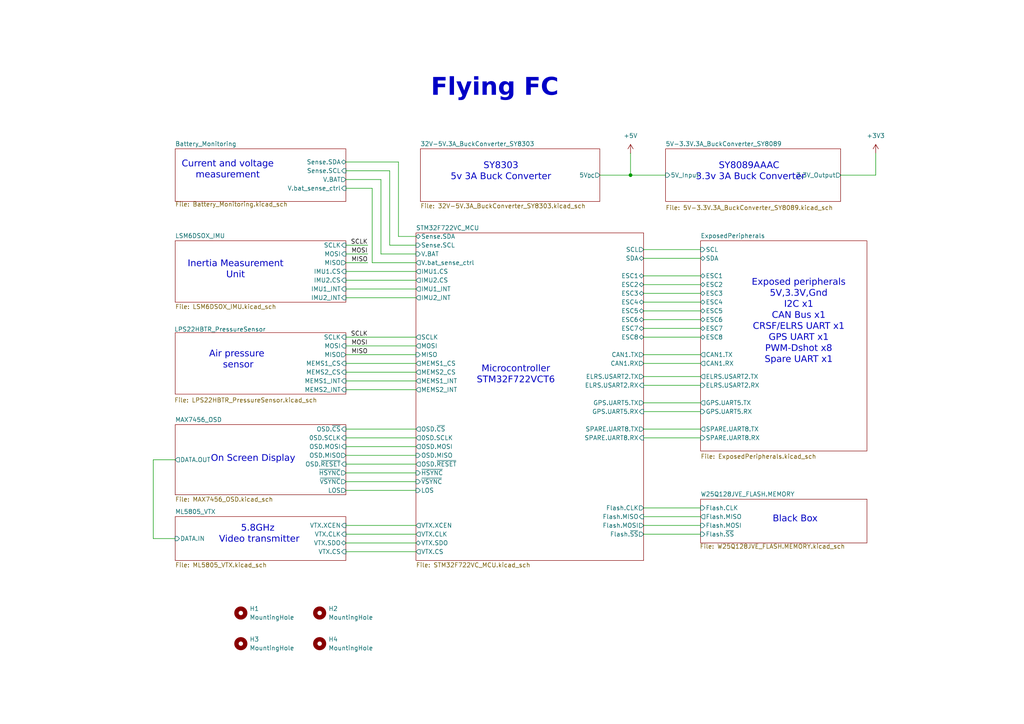
<source format=kicad_sch>
(kicad_sch (version 20250114) (generator "eeschema") (generator_version "9.0")
  (paper "A4")
  (lib_symbols
    (symbol "Mechanical:MountingHole" (pin_names (offset 1.016)) (in_bom no)
      (property "Reference" "H" (at 0 5.08 0))
      (property "Value" "MountingHole" (at 0 3.175 0))
      (symbol "MountingHole_0_1"
        (circle (center 0 0) (radius 1.27) (stroke (width 1.27)))
      )
    )
    (symbol "power:+3V3" (power) (pin_numbers (hide yes)) (pin_names (offset 0) (hide yes))
      (property "Value" "+3V3" (at 0 3.556 0))
      (symbol "+3V3_0_1"
        (polyline (pts (xy -0.762 1.27) (xy 0 2.54)))
        (polyline (pts (xy 0 2.54) (xy 0.762 1.27)))
        (polyline (pts (xy 0 0) (xy 0 2.54)))
      )
      (symbol "+3V3_1_1"
        (pin power_in line (at 0 0 90) (length 0) (name "~") (number "1"))
      )
    )
    (symbol "power:+5V" (power) (pin_numbers (hide yes)) (pin_names (offset 0) (hide yes))
      (property "Value" "+5V" (at 0 3.556 0))
      (symbol "+5V_0_1"
        (polyline (pts (xy -0.762 1.27) (xy 0 2.54)))
        (polyline (pts (xy 0 2.54) (xy 0.762 1.27)))
        (polyline (pts (xy 0 0) (xy 0 2.54)))
      )
      (symbol "+5V_1_1"
        (pin power_in line (at 0 0 90) (length 0) (name "~") (number "1"))
      )
    )
  )
  (text "Inertia Measurement\nUnit" (at 68.326 78.74 0) (effects (font (size 1.905 1.905))))
  (text "Microcontroller\nSTM32F722VCT6\n" (at 149.606 109.22 0) (effects (font (size 1.905 1.905))))
  (text "5.8GHz \nVideo transmitter\n" (at 75.184 155.448 0) (effects (font (size 1.905 1.905))))
  (text "Air pressure \nsensor" (at 69.088 104.902 0) (effects (font (size 1.905 1.905))))
  (text "Flying FC" (at 143.51 26.924 0) (effects (font (size 5.08 5.08) (bold yes))))
  (text "On Screen Display" (at 73.406 133.604 0) (effects (font (size 1.905 1.905))))
  (text "SY8303\n5v 3A Buck Converter" (at 145.288 50.292 0) (effects (font (size 1.905 1.905))))
  (text "Exposed peripherals\n5V,3.3V,Gnd\nI2C x1\nCAN Bus x1\nCRSF/ELRS UART x1\nGPS UART x1\nPWM-Dshot x8\nSpare UART x1" (at 231.648 93.726 0) (effects (font (size 1.905 1.905))))
  (text "SY8089AAAC \n3.3v 3A Buck Converter" (at 217.678 50.292 0) (effects (font (size 1.905 1.905))))
  (text "Black Box" (at 230.632 151.13 0) (effects (font (size 1.905 1.905))))
  (text "Current and voltage\nmeasurement" (at 66.04 49.784 0) (effects (font (size 1.905 1.905))))
  (junction (at 182.88 50.8))
  (wire (pts (xy 100.33 76.2) (xy 106.68 76.2)))
  (wire (pts (xy 100.33 52.07) (xy 110.49 52.07)))
  (wire (pts (xy 113.03 49.53) (xy 100.33 49.53)))
  (wire (pts (xy 100.33 100.33) (xy 120.65 100.33)))
  (wire (pts (xy 100.33 86.36) (xy 120.65 86.36)))
  (wire (pts (xy 100.33 102.87) (xy 120.65 102.87)))
  (wire (pts (xy 100.33 134.62) (xy 120.65 134.62)))
  (wire (pts (xy 50.8 133.35) (xy 44.45 133.35)))
  (wire (pts (xy 186.69 124.46) (xy 203.2 124.46)))
  (wire (pts (xy 100.33 129.54) (xy 120.65 129.54)))
  (wire (pts (xy 115.57 68.58) (xy 120.65 68.58)))
  (wire (pts (xy 100.33 127) (xy 120.65 127)))
  (wire (pts (xy 100.33 83.82) (xy 120.65 83.82)))
  (wire (pts (xy 186.69 147.32) (xy 203.2 147.32)))
  (wire (pts (xy 100.33 142.24) (xy 120.65 142.24)))
  (wire (pts (xy 100.33 157.48) (xy 120.65 157.48)))
  (wire (pts (xy 100.33 73.66) (xy 106.68 73.66)))
  (wire (pts (xy 186.69 97.79) (xy 203.2 97.79)))
  (wire (pts (xy 120.65 76.2) (xy 107.95 76.2)))
  (wire (pts (xy 100.33 97.79) (xy 120.65 97.79)))
  (wire (pts (xy 100.33 132.08) (xy 120.65 132.08)))
  (wire (pts (xy 182.88 50.8) (xy 193.04 50.8)))
  (wire (pts (xy 100.33 139.7) (xy 120.65 139.7)))
  (wire (pts (xy 186.69 80.01) (xy 203.2 80.01)))
  (wire (pts (xy 254 50.8) (xy 243.84 50.8)))
  (wire (pts (xy 186.69 87.63) (xy 203.2 87.63)))
  (wire (pts (xy 186.69 105.41) (xy 203.2 105.41)))
  (wire (pts (xy 100.33 113.03) (xy 120.65 113.03)))
  (wire (pts (xy 100.33 78.74) (xy 120.65 78.74)))
  (wire (pts (xy 100.33 105.41) (xy 120.65 105.41)))
  (wire (pts (xy 186.69 109.22) (xy 203.2 109.22)))
  (wire (pts (xy 113.03 71.12) (xy 113.03 49.53)))
  (wire (pts (xy 186.69 127) (xy 203.2 127)))
  (wire (pts (xy 186.69 82.55) (xy 203.2 82.55)))
  (wire (pts (xy 186.69 74.93) (xy 203.2 74.93)))
  (wire (pts (xy 107.95 76.2) (xy 107.95 54.61)))
  (wire (pts (xy 107.95 54.61) (xy 100.33 54.61)))
  (wire (pts (xy 186.69 72.39) (xy 203.2 72.39)))
  (wire (pts (xy 100.33 107.95) (xy 120.65 107.95)))
  (wire (pts (xy 186.69 102.87) (xy 203.2 102.87)))
  (wire (pts (xy 173.99 50.8) (xy 182.88 50.8)))
  (wire (pts (xy 186.69 111.76) (xy 203.2 111.76)))
  (wire (pts (xy 100.33 160.02) (xy 120.65 160.02)))
  (wire (pts (xy 110.49 52.07) (xy 110.49 73.66)))
  (wire (pts (xy 100.33 154.94) (xy 120.65 154.94)))
  (wire (pts (xy 44.45 156.21) (xy 50.8 156.21)))
  (wire (pts (xy 186.69 116.84) (xy 203.2 116.84)))
  (wire (pts (xy 186.69 119.38) (xy 203.2 119.38)))
  (wire (pts (xy 100.33 124.46) (xy 120.65 124.46)))
  (wire (pts (xy 100.33 46.99) (xy 115.57 46.99)))
  (wire (pts (xy 186.69 154.94) (xy 203.2 154.94)))
  (wire (pts (xy 120.65 71.12) (xy 113.03 71.12)))
  (wire (pts (xy 115.57 46.99) (xy 115.57 68.58)))
  (wire (pts (xy 186.69 152.4) (xy 203.2 152.4)))
  (wire (pts (xy 100.33 71.12) (xy 106.68 71.12)))
  (wire (pts (xy 182.88 44.45) (xy 182.88 50.8)))
  (wire (pts (xy 254 44.45) (xy 254 50.8)))
  (wire (pts (xy 44.45 133.35) (xy 44.45 156.21)))
  (wire (pts (xy 186.69 149.86) (xy 203.2 149.86)))
  (wire (pts (xy 110.49 73.66) (xy 120.65 73.66)))
  (wire (pts (xy 100.33 137.16) (xy 120.65 137.16)))
  (wire (pts (xy 186.69 85.09) (xy 203.2 85.09)))
  (wire (pts (xy 100.33 152.4) (xy 120.65 152.4)))
  (wire (pts (xy 100.33 81.28) (xy 120.65 81.28)))
  (wire (pts (xy 186.69 92.71) (xy 203.2 92.71)))
  (wire (pts (xy 186.69 95.25) (xy 203.2 95.25)))
  (wire (pts (xy 100.33 110.49) (xy 120.65 110.49)))
  (wire (pts (xy 186.69 90.17) (xy 203.2 90.17)))
  (label "SCLK" (at 106.68 97.79 180))
  (label "MOSI" (at 106.68 100.33 180))
  (label "SCLK" (at 106.68 71.12 180))
  (label "MISO" (at 106.68 102.87 180))
  (label "MOSI" (at 106.68 73.66 180))
  (label "MISO" (at 106.68 76.2 180))
  (symbol (lib_id "Mechanical:MountingHole") (at 92.71 186.69 0) (unit 1) (in_bom no)
    (property "Reference" "H4" (at 95.25 185.4199 0) (effects (justify left)))
    (property "Value" "MountingHole" (at 95.25 187.9599 0) (effects (justify left)))
    (property "Description" "Mounting Hole without connection" (effects (hide yes)))
  )
  (symbol (lib_id "Mechanical:MountingHole") (at 92.71 177.8 0) (unit 1) (in_bom no)
    (property "Reference" "H2" (at 95.25 176.5299 0) (effects (justify left)))
    (property "Value" "MountingHole" (at 95.25 179.0699 0) (effects (justify left)))
    (property "Description" "Mounting Hole without connection" (effects (hide yes)))
  )
  (symbol (lib_id "power:+5V") (at 182.88 44.45 0) (unit 1)
    (property "Reference" "#PWR01" (effects (hide yes)))
    (property "Value" "+5V" (at 182.88 39.37 0))
    (property "Description" "Power symbol creates a global label with name \"+5V\"" (effects (hide yes)))
  )
  (symbol (lib_id "Mechanical:MountingHole") (at 69.85 177.8 0) (unit 1) (in_bom no)
    (property "Reference" "H1" (at 72.39 176.5299 0) (effects (justify left)))
    (property "Value" "MountingHole" (at 72.39 179.0699 0) (effects (justify left)))
    (property "Description" "Mounting Hole without connection" (effects (hide yes)))
  )
  (symbol (lib_id "Mechanical:MountingHole") (at 69.85 186.69 0) (unit 1) (in_bom no)
    (property "Reference" "H3" (at 72.39 185.4199 0) (effects (justify left)))
    (property "Value" "MountingHole" (at 72.39 187.9599 0) (effects (justify left)))
    (property "Description" "Mounting Hole without connection" (effects (hide yes)))
  )
  (symbol (lib_id "power:+3V3") (at 254 44.45 0) (unit 1)
    (property "Reference" "#PWR02" (effects (hide yes)))
    (property "Value" "+3V3" (at 254 39.37 0))
    (property "Description" "Power symbol creates a global label with name \"+3V3\"" (effects (hide yes)))
  )
  (sheet (at 121.92 43.18) (size 52.07 15.24) (stroke (width 0.1524)) (fill (color 255 255 255 1.0000))
    (property "Sheetname" "32V-5V.3A_BuckConverter_SY8303" (at 121.92 42.4684 0) (effects (justify left bottom)))
    (property "Sheetfile" "32V-5V.3A_BuckConverter_SY8303.kicad_sch" (at 121.92 59.0046 0) (effects (justify left top)))
    (pin "5V_{DC}" output (at 173.99 50.8 0))
  )
  (sheet (at 193.04 43.18) (size 50.8 15.24) (stroke (width 0.1524)) (fill (color 255 255 255 1.0000))
    (property "Sheetname" "5V-3.3V.3A_BuckConverter_SY8089" (at 193.04 42.4684 0) (effects (justify left bottom)))
    (property "Sheetfile" "5V-3.3V.3A_BuckConverter_SY8089.kicad_sch" (at 193.04 59.5126 0) (effects (justify left top)))
    (pin "3.3V_Output" output (at 243.84 50.8 0))
    (pin "5V_Input" input (at 193.04 50.8 180))
  )
  (sheet (at 203.2 69.85) (size 48.26 60.96) (stroke (width 0.1524)) (fill (color 255 255 255 1.0000))
    (property "Sheetname" "ExposedPeripherals" (at 203.2 69.1384 0) (effects (justify left bottom)))
    (property "Sheetfile" "ExposedPeripherals.kicad_sch" (at 203.2 131.6486 0) (effects (justify left top)))
    (pin "SCL" input (at 203.2 72.39 180))
    (pin "SDA" bidirectional (at 203.2 74.93 180))
    (pin "ESC7" bidirectional (at 203.2 95.25 180))
    (pin "ESC6" bidirectional (at 203.2 92.71 180))
    (pin "GPS.UART5.TX" output (at 203.2 116.84 180))
    (pin "ESC1" bidirectional (at 203.2 80.01 180))
    (pin "GPS.UART5.RX" input (at 203.2 119.38 180))
    (pin "ESC8" bidirectional (at 203.2 97.79 180))
    (pin "CAN1.RX" output (at 203.2 105.41 180))
    (pin "ESC2" bidirectional (at 203.2 82.55 180))
    (pin "ESC4" bidirectional (at 203.2 87.63 180))
    (pin "CAN1.TX" output (at 203.2 102.87 180))
    (pin "ESC5" bidirectional (at 203.2 90.17 180))
    (pin "ELRS.USART2.TX" output (at 203.2 109.22 180))
    (pin "ELRS.USART2.RX" input (at 203.2 111.76 180))
    (pin "ESC3" bidirectional (at 203.2 85.09 180))
    (pin "SPARE.UART8.TX" output (at 203.2 124.46 180))
    (pin "SPARE.UART8.RX" input (at 203.2 127 180))
  )
  (sheet (at 120.65 67.564) (size 66.04 94.996) (stroke (width 0.1524)) (fill (color 255 255 255 1.0000))
    (property "Sheetname" "STM32F722VC_MCU" (at 120.65 66.8524 0) (effects (justify left bottom)))
    (property "Sheetfile" "STM32F722VC_MCU.kicad_sch" (at 120.65 163.1446 0) (effects (justify left top)))
    (pin "ESC1" bidirectional (at 186.69 80.01 0))
    (pin "OSD.MOSI" output (at 120.65 129.54 180))
    (pin "OSD.MISO" input (at 120.65 132.08 180))
    (pin "LOS" input (at 120.65 142.24 180))
    (pin "0SD.SCLK" output (at 120.65 127 180))
    (pin "GPS.UART5.RX" input (at 186.69 119.38 0))
    (pin "~{HSYNC}" input (at 120.65 137.16 180))
    (pin "ESC7" bidirectional (at 186.69 95.25 0))
    (pin "ESC8" bidirectional (at 186.69 97.79 0))
    (pin "OSD.~{RESET}" output (at 120.65 134.62 180))
    (pin "ESC5" bidirectional (at 186.69 90.17 0))
    (pin "ESC6" bidirectional (at 186.69 92.71 0))
    (pin "~{VSYNC}" input (at 120.65 139.7 180))
    (pin "OSD.~{CS}" output (at 120.65 124.46 180))
    (pin "GPS.UART5.TX" output (at 186.69 116.84 0))
    (pin "CAN1.RX" output (at 186.69 105.41 0))
    (pin "ESC2" bidirectional (at 186.69 82.55 0))
    (pin "ESC3" bidirectional (at 186.69 85.09 0))
    (pin "V.BAT" input (at 120.65 73.66 180))
    (pin "ESC4" bidirectional (at 186.69 87.63 0))
    (pin "CAN1.TX" output (at 186.69 102.87 0))
    (pin "VTX.SDO" bidirectional (at 120.65 157.48 180))
    (pin "VTX.XCEN" output (at 120.65 152.4 180))
    (pin "VTX.CS" output (at 120.65 160.02 180))
    (pin "VTX.CLK" output (at 120.65 154.94 180))
    (pin "SPARE.UART8.RX" input (at 186.69 127 0))
    (pin "SPARE.UART8.TX" output (at 186.69 124.46 0))
    (pin "SCL" output (at 186.69 72.39 0))
    (pin "SDA" bidirectional (at 186.69 74.93 0))
    (pin "IMU1_INT" output (at 120.65 83.82 180))
    (pin "MEMS1_CS" output (at 120.65 105.41 180))
    (pin "IMU1.CS" output (at 120.65 78.74 180))
    (pin "IMU2.CS" output (at 120.65 81.28 180))
    (pin "MOSI" output (at 120.65 100.33 180))
    (pin "MEMS2_INT" output (at 120.65 113.03 180))
    (pin "Sense.SDA" bidirectional (at 120.65 68.58 180))
    (pin "IMU2_INT" output (at 120.65 86.36 180))
    (pin "MEMS2_CS" output (at 120.65 107.95 180))
    (pin "SCLK" output (at 120.65 97.79 180))
    (pin "MISO" input (at 120.65 102.87 180))
    (pin "MEMS1_INT" output (at 120.65 110.49 180))
    (pin "Sense.SCL" input (at 120.65 71.12 180))
    (pin "ELRS.USART2.TX" output (at 186.69 109.22 0))
    (pin "ELRS.USART2.RX" input (at 186.69 111.76 0))
    (pin "V.bat_sense_ctrl" output (at 120.65 76.2 180))
    (pin "Flash.CLK" output (at 186.69 147.32 0))
    (pin "Flash.MISO" input (at 186.69 149.86 0))
    (pin "Flash.MOSI" output (at 186.69 152.4 0))
    (pin "Flash.~{SS}" output (at 186.69 154.94 0))
  )
  (sheet (at 50.8 96.52) (size 49.53 17.78) (stroke (width 0.1524)) (fill (color 255 255 255 1.0000))
    (property "Sheetname" "LPS22HBTR_PressureSensor" (at 50.546 96.266 0) (effects (justify left bottom)))
    (property "Sheetfile" "LPS22HBTR_PressureSensor.kicad_sch" (at 50.546 115.316 0) (effects (justify left top)))
    (pin "MEMS1_CS" input (at 100.33 105.41 0))
    (pin "MOSI" input (at 100.33 100.33 0))
    (pin "MEMS1_INT" input (at 100.33 110.49 0))
    (pin "SCLK" input (at 100.33 97.79 0))
    (pin "MISO" output (at 100.33 102.87 0))
    (pin "MEMS2_INT" input (at 100.33 113.03 0))
    (pin "MEMS2_CS" input (at 100.33 107.95 0))
  )
  (sheet (at 203.2 144.78) (size 48.26 12.7) (stroke (width 0.1524)) (fill (color 255 255 255 1.0000))
    (property "Sheetname" "W25Q128JVE_FLASH.MEMORY" (at 203.2 144.0684 0) (effects (justify left bottom)))
    (property "Sheetfile" "W25Q128JVE_FLASH.MEMORY.kicad_sch" (at 202.946 157.734 0) (effects (justify left top)))
    (pin "Flash.CLK" input (at 203.2 147.32 180))
    (pin "Flash.MISO" output (at 203.2 149.86 180))
    (pin "Flash.MOSI" input (at 203.2 152.4 180))
    (pin "Flash.~{SS}" input (at 203.2 154.94 180))
  )
  (sheet (at 50.8 69.85) (size 49.53 17.78) (stroke (width 0.1524)) (fill (color 255 255 255 1.0000))
    (property "Sheetname" "LSM6DSOX_IMU" (at 50.8 69.1384 0) (effects (justify left bottom)))
    (property "Sheetfile" "LSM6DSOX_IMU.kicad_sch" (at 50.8 88.2146 0) (effects (justify left top)))
    (pin "IMU1_INT" input (at 100.33 83.82 0))
    (pin "SCLK" input (at 100.33 71.12 0))
    (pin "IMU2.CS" input (at 100.33 81.28 0))
    (pin "MOSI" input (at 100.33 73.66 0))
    (pin "MISO" output (at 100.33 76.2 0))
    (pin "IMU2_INT" input (at 100.33 86.36 0))
    (pin "IMU1.CS" input (at 100.33 78.74 0))
  )
  (sheet (at 50.8 43.18) (size 49.53 15.24) (stroke (width 0.1524)) (fill (color 255 255 255 1.0000))
    (property "Sheetname" "Battery_Monitoring" (at 50.8 42.4684 0) (effects (justify left bottom)))
    (property "Sheetfile" "Battery_Monitoring.kicad_sch" (at 50.8 58.4966 0) (effects (justify left top)))
    (pin "Sense.SDA" bidirectional (at 100.33 46.99 0))
    (pin "Sense.SCL" input (at 100.33 49.53 0))
    (pin "V.BAT" output (at 100.33 52.07 0))
    (pin "V.bat_sense_ctrl" input (at 100.33 54.61 0))
  )
  (sheet (at 50.8 123.19) (size 49.53 20.32) (stroke (width 0.1524)) (fill (color 255 255 255 1.0000))
    (property "Sheetname" "MAX7456_OSD" (at 50.8 122.4784 0) (effects (justify left bottom)))
    (property "Sheetfile" "MAX7456_OSD.kicad_sch" (at 50.8 144.0946 0) (effects (justify left top)))
    (pin "OSD.~{RESET}" input (at 100.33 134.62 0))
    (pin "LOS" output (at 100.33 142.24 0))
    (pin "OSD.MOSI" input (at 100.33 129.54 0))
    (pin "OSD.~{CS}" input (at 100.33 124.46 0))
    (pin "0SD.SCLK" input (at 100.33 127 0))
    (pin "~{VSYNC}" output (at 100.33 139.7 0))
    (pin "DATA.OUT" output (at 50.8 133.35 180))
    (pin "~{HSYNC}" output (at 100.33 137.16 0))
    (pin "OSD.MISO" output (at 100.33 132.08 0))
  )
  (sheet (at 50.8 149.86) (size 49.53 12.7) (stroke (width 0.1524)) (fill (color 255 255 255 1.0000))
    (property "Sheetname" "ML5805_VTX" (at 50.8 149.1484 0) (effects (justify left bottom)))
    (property "Sheetfile" "ML5805_VTX.kicad_sch" (at 50.8 163.1446 0) (effects (justify left top)))
    (pin "VTX.XCEN" input (at 100.33 152.4 0))
    (pin "DATA.IN" input (at 50.8 156.21 180))
    (pin "VTX.SDO" bidirectional (at 100.33 157.48 0))
    (pin "VTX.CLK" input (at 100.33 154.94 0))
    (pin "VTX.CS" input (at 100.33 160.02 0))
  )
)
</source>
